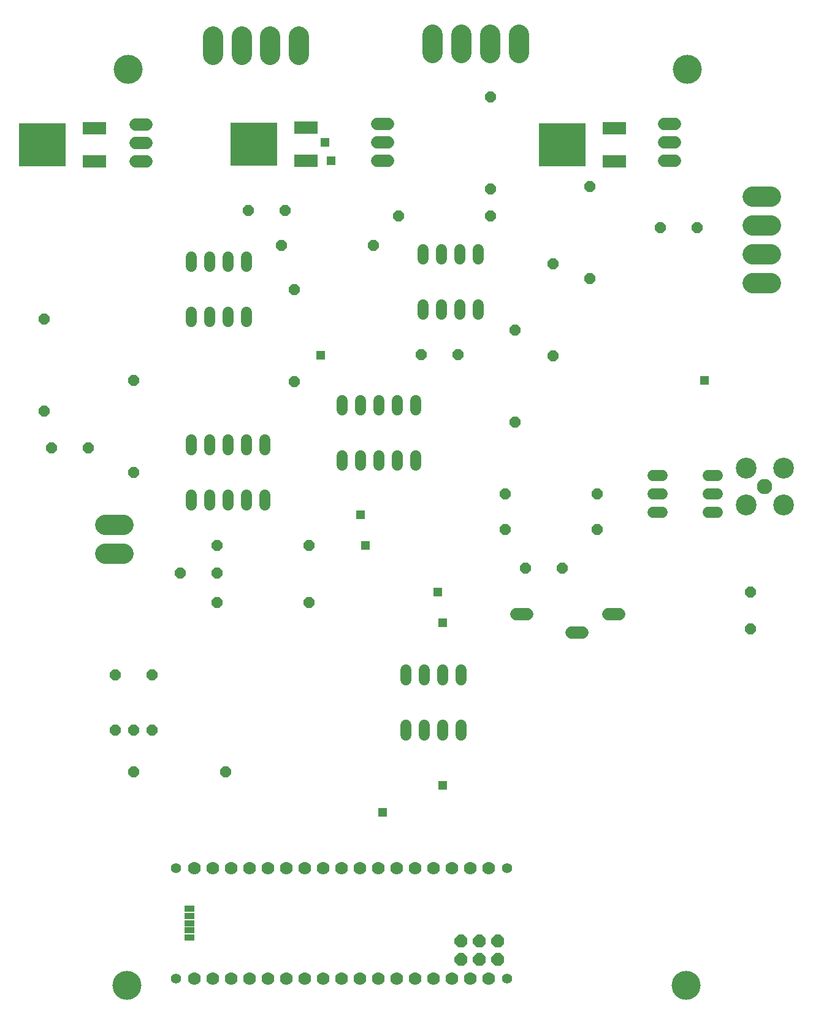
<source format=gts>
G75*
%MOIN*%
%OFA0B0*%
%FSLAX25Y25*%
%IPPOS*%
%LPD*%
%AMOC8*
5,1,8,0,0,1.08239X$1,22.5*
%
%ADD10C,0.15750*%
%ADD11C,0.07000*%
%ADD12C,0.05524*%
%ADD13R,0.05800X0.03300*%
%ADD14OC8,0.07000*%
%ADD15C,0.06000*%
%ADD16OC8,0.06000*%
%ADD17C,0.06800*%
%ADD18C,0.08300*%
%ADD19C,0.11300*%
%ADD20C,0.10839*%
%ADD21R,0.25209X0.23635*%
%ADD22R,0.12611X0.07099*%
%ADD23R,0.04762X0.04762*%
D10*
X0076115Y0026500D03*
X0380115Y0026500D03*
X0380615Y0524000D03*
X0076615Y0524000D03*
D11*
X0112615Y0090000D03*
X0122615Y0090000D03*
X0132615Y0090000D03*
X0142615Y0090000D03*
X0152615Y0090000D03*
X0162615Y0090000D03*
X0172615Y0090000D03*
X0182615Y0090000D03*
X0192615Y0090000D03*
X0202615Y0090000D03*
X0212615Y0090000D03*
X0222615Y0090000D03*
X0232615Y0090000D03*
X0242615Y0090000D03*
X0252615Y0090000D03*
X0262615Y0090000D03*
X0272615Y0090000D03*
X0272615Y0030000D03*
X0262615Y0030000D03*
X0252615Y0030000D03*
X0242615Y0030000D03*
X0232615Y0030000D03*
X0222615Y0030000D03*
X0212615Y0030000D03*
X0202615Y0030000D03*
X0192615Y0030000D03*
X0182615Y0030000D03*
X0172615Y0030000D03*
X0162615Y0030000D03*
X0152615Y0030000D03*
X0142615Y0030000D03*
X0132615Y0030000D03*
X0122615Y0030000D03*
X0112615Y0030000D03*
D12*
X0102615Y0030000D03*
X0102615Y0090000D03*
X0282615Y0090000D03*
X0282615Y0030000D03*
D13*
X0110015Y0052400D03*
X0110015Y0056400D03*
X0110015Y0060200D03*
X0110015Y0064200D03*
X0110015Y0068100D03*
D14*
X0257615Y0050500D03*
X0257615Y0040500D03*
X0267615Y0040500D03*
X0267615Y0050500D03*
X0277615Y0050500D03*
X0277615Y0040500D03*
D15*
X0257615Y0162400D02*
X0257615Y0167600D01*
X0247615Y0167600D02*
X0247615Y0162400D01*
X0237615Y0162400D02*
X0237615Y0167600D01*
X0227615Y0167600D02*
X0227615Y0162400D01*
X0227615Y0192400D02*
X0227615Y0197600D01*
X0237615Y0197600D02*
X0237615Y0192400D01*
X0247615Y0192400D02*
X0247615Y0197600D01*
X0257615Y0197600D02*
X0257615Y0192400D01*
X0233115Y0308900D02*
X0233115Y0314100D01*
X0223115Y0314100D02*
X0223115Y0308900D01*
X0213115Y0308900D02*
X0213115Y0314100D01*
X0203115Y0314100D02*
X0203115Y0308900D01*
X0193115Y0308900D02*
X0193115Y0314100D01*
X0193115Y0338900D02*
X0193115Y0344100D01*
X0203115Y0344100D02*
X0203115Y0338900D01*
X0213115Y0338900D02*
X0213115Y0344100D01*
X0223115Y0344100D02*
X0223115Y0338900D01*
X0233115Y0338900D02*
X0233115Y0344100D01*
X0237115Y0390900D02*
X0237115Y0396100D01*
X0247115Y0396100D02*
X0247115Y0390900D01*
X0257115Y0390900D02*
X0257115Y0396100D01*
X0267115Y0396100D02*
X0267115Y0390900D01*
X0267115Y0420900D02*
X0267115Y0426100D01*
X0257115Y0426100D02*
X0257115Y0420900D01*
X0247115Y0420900D02*
X0247115Y0426100D01*
X0237115Y0426100D02*
X0237115Y0420900D01*
X0151115Y0322600D02*
X0151115Y0317400D01*
X0141115Y0317400D02*
X0141115Y0322600D01*
X0131115Y0322600D02*
X0131115Y0317400D01*
X0121115Y0317400D02*
X0121115Y0322600D01*
X0111115Y0322600D02*
X0111115Y0317400D01*
X0111115Y0292600D02*
X0111115Y0287400D01*
X0121115Y0287400D02*
X0121115Y0292600D01*
X0131115Y0292600D02*
X0131115Y0287400D01*
X0141115Y0287400D02*
X0141115Y0292600D01*
X0151115Y0292600D02*
X0151115Y0287400D01*
X0141115Y0386900D02*
X0141115Y0392100D01*
X0131115Y0392100D02*
X0131115Y0386900D01*
X0121115Y0386900D02*
X0121115Y0392100D01*
X0111115Y0392100D02*
X0111115Y0386900D01*
X0111115Y0416900D02*
X0111115Y0422100D01*
X0121115Y0422100D02*
X0121115Y0416900D01*
X0131115Y0416900D02*
X0131115Y0422100D01*
X0141115Y0422100D02*
X0141115Y0416900D01*
X0362015Y0303500D02*
X0367215Y0303500D01*
X0367215Y0293500D02*
X0362015Y0293500D01*
X0362015Y0283500D02*
X0367215Y0283500D01*
X0392015Y0283500D02*
X0397215Y0283500D01*
X0397215Y0293500D02*
X0392015Y0293500D01*
X0392015Y0303500D02*
X0397215Y0303500D01*
D16*
X0415115Y0240000D03*
X0415115Y0220000D03*
X0331615Y0274000D03*
X0331615Y0293500D03*
X0312615Y0253000D03*
X0292615Y0253000D03*
X0281615Y0274000D03*
X0281615Y0293500D03*
X0287115Y0332500D03*
X0307615Y0368500D03*
X0287115Y0382500D03*
X0256115Y0369000D03*
X0236115Y0369000D03*
X0210115Y0428500D03*
X0223615Y0444500D03*
X0273615Y0444500D03*
X0273615Y0459000D03*
X0307615Y0418500D03*
X0327615Y0410500D03*
X0366115Y0438000D03*
X0386115Y0438000D03*
X0327615Y0460500D03*
X0273615Y0509000D03*
X0167115Y0404500D03*
X0160115Y0428500D03*
X0162115Y0447500D03*
X0142115Y0447500D03*
X0167115Y0354500D03*
X0175115Y0265500D03*
X0175115Y0234500D03*
X0125115Y0234500D03*
X0125115Y0250500D03*
X0125115Y0265500D03*
X0105115Y0250500D03*
X0079615Y0305000D03*
X0055115Y0318500D03*
X0035115Y0318500D03*
X0031115Y0338500D03*
X0031115Y0388500D03*
X0079615Y0355000D03*
X0069615Y0195000D03*
X0089615Y0195000D03*
X0089615Y0165000D03*
X0079615Y0165000D03*
X0069615Y0165000D03*
X0079615Y0142500D03*
X0129615Y0142500D03*
D17*
X0287615Y0228000D02*
X0293615Y0228000D01*
X0317615Y0218000D02*
X0323615Y0218000D01*
X0337615Y0228000D02*
X0343615Y0228000D01*
X0368115Y0474500D02*
X0374115Y0474500D01*
X0374115Y0484500D02*
X0368115Y0484500D01*
X0368115Y0494500D02*
X0374115Y0494500D01*
X0218115Y0494500D02*
X0212115Y0494500D01*
X0212115Y0484500D02*
X0218115Y0484500D01*
X0218115Y0474500D02*
X0212115Y0474500D01*
X0086615Y0474000D02*
X0080615Y0474000D01*
X0080615Y0484000D02*
X0086615Y0484000D01*
X0086615Y0494000D02*
X0080615Y0494000D01*
D18*
X0422915Y0297400D03*
D19*
X0412876Y0287361D03*
X0412876Y0307439D03*
X0432954Y0307439D03*
X0432954Y0287361D03*
D20*
X0426135Y0408114D02*
X0416096Y0408114D01*
X0416096Y0423705D02*
X0426135Y0423705D01*
X0426135Y0439295D02*
X0416096Y0439295D01*
X0416096Y0454886D02*
X0426135Y0454886D01*
X0289001Y0532980D02*
X0289001Y0543020D01*
X0273411Y0543020D02*
X0273411Y0532980D01*
X0257820Y0532980D02*
X0257820Y0543020D01*
X0242230Y0543020D02*
X0242230Y0532980D01*
X0169501Y0531980D02*
X0169501Y0542020D01*
X0153911Y0542020D02*
X0153911Y0531980D01*
X0138320Y0531980D02*
X0138320Y0542020D01*
X0122730Y0542020D02*
X0122730Y0531980D01*
X0074135Y0276795D02*
X0064096Y0276795D01*
X0064096Y0261205D02*
X0074135Y0261205D01*
D21*
X0030245Y0483000D03*
X0145245Y0483500D03*
X0312745Y0483000D03*
D22*
X0341013Y0474024D03*
X0341013Y0491976D03*
X0173513Y0492476D03*
X0173513Y0474524D03*
X0058513Y0474024D03*
X0058513Y0491976D03*
D23*
X0181365Y0368750D03*
X0203115Y0282000D03*
X0205615Y0265500D03*
X0245115Y0240000D03*
X0247615Y0223500D03*
X0247615Y0135000D03*
X0215115Y0120500D03*
X0390115Y0355000D03*
X0187115Y0474500D03*
X0183814Y0484301D03*
M02*

</source>
